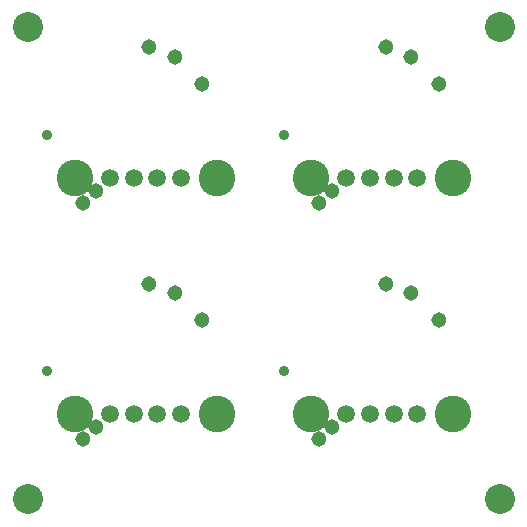
<source format=gbs>
G04 #@! TF.FileFunction,Soldermask,Bot*
%FSLAX46Y46*%
G04 Gerber Fmt 4.6, Leading zero omitted, Abs format (unit mm)*
G04 Created by KiCad (PCBNEW 4.0.7+dfsg1-1) date Fri Jun  1 01:11:19 2018*
%MOMM*%
%LPD*%
G01*
G04 APERTURE LIST*
%ADD10C,0.100000*%
%ADD11C,2.540000*%
%ADD12C,1.304800*%
%ADD13C,3.104800*%
%ADD14C,0.904800*%
%ADD15C,1.504800*%
G04 APERTURE END LIST*
D10*
D11*
X-10000000Y-30000000D03*
D12*
X2500000Y-12500000D03*
X4800000Y-14800000D03*
X-5300000Y-24900000D03*
X-4200000Y-23900000D03*
X321000Y-11735000D03*
D13*
X6000000Y-22800000D03*
X-6000000Y-22800000D03*
D14*
X-8330000Y-19120000D03*
D15*
X3000000Y-22800000D03*
X1000000Y-22800000D03*
X-1000000Y-22800000D03*
X-3000000Y-22800000D03*
X23000000Y-22800000D03*
X21000000Y-22800000D03*
X19000000Y-22800000D03*
X17000000Y-22800000D03*
D14*
X11670000Y-19120000D03*
D13*
X14000000Y-22800000D03*
X26000000Y-22800000D03*
D12*
X20321000Y-11735000D03*
X15800000Y-23900000D03*
X14700000Y-24900000D03*
X24800000Y-14800000D03*
X22500000Y-12500000D03*
X22500000Y7500000D03*
X24800000Y5200000D03*
X14700000Y-4900000D03*
X15800000Y-3900000D03*
X20321000Y8265000D03*
D13*
X26000000Y-2800000D03*
X14000000Y-2800000D03*
D14*
X11670000Y880000D03*
D15*
X23000000Y-2800000D03*
X21000000Y-2800000D03*
X19000000Y-2800000D03*
X17000000Y-2800000D03*
D11*
X30000000Y-30000000D03*
X30000000Y10000000D03*
D15*
X3000000Y-2800000D03*
X1000000Y-2800000D03*
X-1000000Y-2800000D03*
X-3000000Y-2800000D03*
D14*
X-8330000Y880000D03*
D13*
X-6000000Y-2800000D03*
X6000000Y-2800000D03*
D12*
X321000Y8265000D03*
X-4200000Y-3900000D03*
X-5300000Y-4900000D03*
X4800000Y5200000D03*
X2500000Y7500000D03*
D11*
X-10000000Y10000000D03*
M02*

</source>
